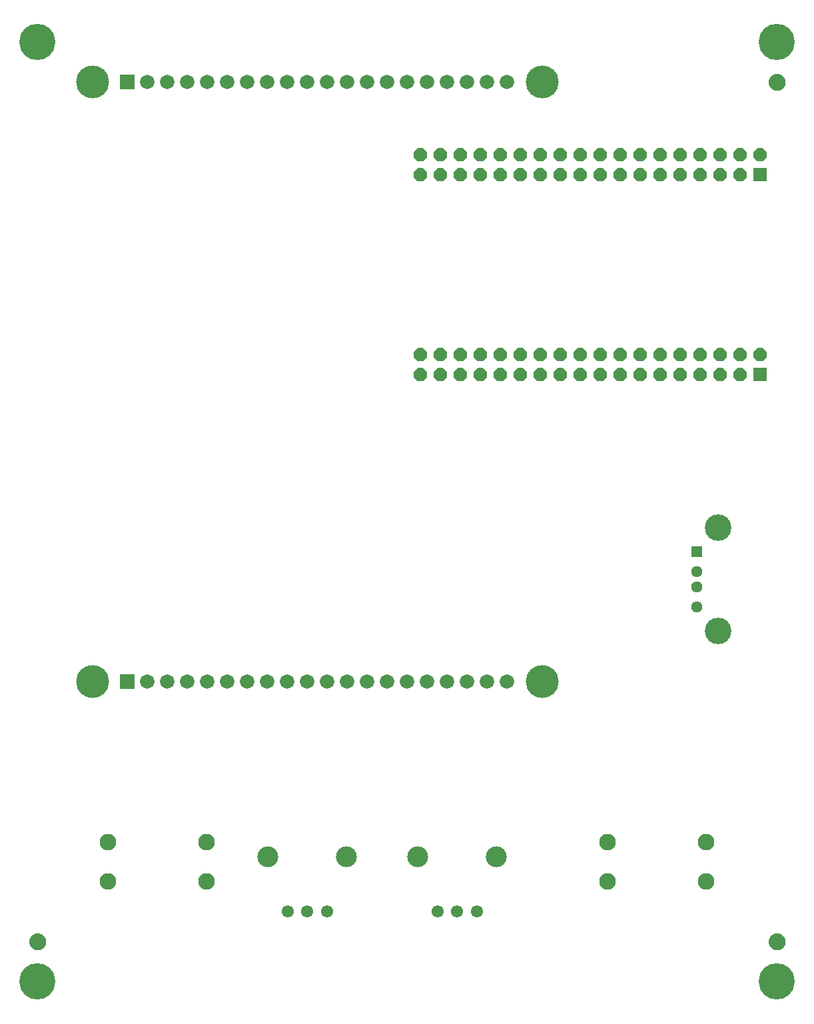
<source format=gbr>
G04 EAGLE Gerber RS-274X export*
G75*
%MOMM*%
%FSLAX34Y34*%
%LPD*%
%INSoldermask Bottom*%
%IPPOS*%
%AMOC8*
5,1,8,0,0,1.08239X$1,22.5*%
G01*
%ADD10R,1.440400X1.440400*%
%ADD11C,1.440400*%
%ADD12C,3.372400*%
%ADD13R,1.828800X1.828800*%
%ADD14C,1.828800*%
%ADD15C,4.168400*%
%ADD16R,1.676400X1.676400*%
%ADD17P,1.814519X8X202.500000*%
%ADD18C,2.112400*%
%ADD19C,1.552400*%
%ADD20C,2.652400*%
%ADD21C,4.597400*%
%ADD22C,0.609600*%
%ADD23C,1.168400*%


D10*
X876300Y584200D03*
D11*
X876300Y559200D03*
X876300Y539200D03*
X876300Y514200D03*
D12*
X903400Y614900D03*
X903400Y483500D03*
D13*
X152400Y1181100D03*
D14*
X177800Y1181100D03*
X203200Y1181100D03*
X228600Y1181100D03*
X254000Y1181100D03*
X279400Y1181100D03*
X304800Y1181100D03*
X330200Y1181100D03*
X355600Y1181100D03*
X381000Y1181100D03*
X406400Y1181100D03*
X431800Y1181100D03*
X457200Y1181100D03*
X482600Y1181100D03*
X508000Y1181100D03*
X533400Y1181100D03*
X558800Y1181100D03*
X584200Y1181100D03*
X609600Y1181100D03*
X635000Y1181100D03*
D13*
X152400Y419100D03*
D14*
X177800Y419100D03*
X203200Y419100D03*
X228600Y419100D03*
X254000Y419100D03*
X279400Y419100D03*
X304800Y419100D03*
X330200Y419100D03*
X355600Y419100D03*
X381000Y419100D03*
X406400Y419100D03*
X431800Y419100D03*
X457200Y419100D03*
X482600Y419100D03*
X508000Y419100D03*
X533400Y419100D03*
X558800Y419100D03*
X584200Y419100D03*
X609600Y419100D03*
X635000Y419100D03*
D15*
X107950Y419100D03*
X679450Y419100D03*
X107950Y1181100D03*
X679450Y1181100D03*
D16*
X956900Y810000D03*
D17*
X956900Y835400D03*
X931500Y810000D03*
X931500Y835400D03*
X906100Y810000D03*
X906100Y835400D03*
X880700Y810000D03*
X880700Y835400D03*
X855300Y810000D03*
X855300Y835400D03*
X829900Y810000D03*
X829900Y835400D03*
X804500Y810000D03*
X804500Y835400D03*
X779100Y810000D03*
X779100Y835400D03*
X753700Y810000D03*
X753700Y835400D03*
X728300Y810000D03*
X728300Y835400D03*
X702900Y810000D03*
X702900Y835400D03*
X677500Y810000D03*
X677500Y835400D03*
X652100Y810000D03*
X652100Y835400D03*
X626700Y810000D03*
X626700Y835400D03*
X601300Y810000D03*
X601300Y835400D03*
X575900Y810000D03*
X575900Y835400D03*
X550500Y810000D03*
X550500Y835400D03*
X525100Y810000D03*
X525100Y835400D03*
D16*
X956900Y1064000D03*
D17*
X956900Y1089400D03*
X931500Y1064000D03*
X931500Y1089400D03*
X906100Y1064000D03*
X906100Y1089400D03*
X880700Y1064000D03*
X880700Y1089400D03*
X855300Y1064000D03*
X855300Y1089400D03*
X829900Y1064000D03*
X829900Y1089400D03*
X804500Y1064000D03*
X804500Y1089400D03*
X779100Y1064000D03*
X779100Y1089400D03*
X753700Y1064000D03*
X753700Y1089400D03*
X728300Y1064000D03*
X728300Y1089400D03*
X702900Y1064000D03*
X702900Y1089400D03*
X677500Y1064000D03*
X677500Y1089400D03*
X652100Y1064000D03*
X652100Y1089400D03*
X626700Y1064000D03*
X626700Y1089400D03*
X601300Y1064000D03*
X601300Y1089400D03*
X575900Y1064000D03*
X575900Y1089400D03*
X550500Y1064000D03*
X550500Y1089400D03*
X525100Y1064000D03*
X525100Y1089400D03*
D18*
X253000Y215500D03*
X253000Y165500D03*
X128000Y165500D03*
X128000Y215500D03*
X888000Y215500D03*
X888000Y165500D03*
X763000Y165500D03*
X763000Y215500D03*
D19*
X546500Y127000D03*
X571500Y127000D03*
X596500Y127000D03*
D20*
X521500Y197000D03*
X621500Y197000D03*
D19*
X356000Y127000D03*
X381000Y127000D03*
X406000Y127000D03*
D20*
X331000Y197000D03*
X431000Y197000D03*
D21*
X38100Y1231900D03*
X38100Y38100D03*
X977900Y38100D03*
X977900Y1231900D03*
D22*
X30480Y88900D02*
X30482Y89087D01*
X30489Y89274D01*
X30501Y89461D01*
X30517Y89647D01*
X30537Y89833D01*
X30562Y90018D01*
X30592Y90203D01*
X30626Y90387D01*
X30665Y90570D01*
X30708Y90752D01*
X30756Y90932D01*
X30808Y91112D01*
X30865Y91290D01*
X30925Y91467D01*
X30991Y91642D01*
X31060Y91816D01*
X31134Y91988D01*
X31212Y92158D01*
X31294Y92326D01*
X31380Y92492D01*
X31470Y92656D01*
X31564Y92817D01*
X31662Y92977D01*
X31764Y93133D01*
X31870Y93288D01*
X31980Y93439D01*
X32093Y93588D01*
X32210Y93734D01*
X32330Y93877D01*
X32454Y94017D01*
X32581Y94154D01*
X32712Y94288D01*
X32846Y94419D01*
X32983Y94546D01*
X33123Y94670D01*
X33266Y94790D01*
X33412Y94907D01*
X33561Y95020D01*
X33712Y95130D01*
X33867Y95236D01*
X34023Y95338D01*
X34183Y95436D01*
X34344Y95530D01*
X34508Y95620D01*
X34674Y95706D01*
X34842Y95788D01*
X35012Y95866D01*
X35184Y95940D01*
X35358Y96009D01*
X35533Y96075D01*
X35710Y96135D01*
X35888Y96192D01*
X36068Y96244D01*
X36248Y96292D01*
X36430Y96335D01*
X36613Y96374D01*
X36797Y96408D01*
X36982Y96438D01*
X37167Y96463D01*
X37353Y96483D01*
X37539Y96499D01*
X37726Y96511D01*
X37913Y96518D01*
X38100Y96520D01*
X38287Y96518D01*
X38474Y96511D01*
X38661Y96499D01*
X38847Y96483D01*
X39033Y96463D01*
X39218Y96438D01*
X39403Y96408D01*
X39587Y96374D01*
X39770Y96335D01*
X39952Y96292D01*
X40132Y96244D01*
X40312Y96192D01*
X40490Y96135D01*
X40667Y96075D01*
X40842Y96009D01*
X41016Y95940D01*
X41188Y95866D01*
X41358Y95788D01*
X41526Y95706D01*
X41692Y95620D01*
X41856Y95530D01*
X42017Y95436D01*
X42177Y95338D01*
X42333Y95236D01*
X42488Y95130D01*
X42639Y95020D01*
X42788Y94907D01*
X42934Y94790D01*
X43077Y94670D01*
X43217Y94546D01*
X43354Y94419D01*
X43488Y94288D01*
X43619Y94154D01*
X43746Y94017D01*
X43870Y93877D01*
X43990Y93734D01*
X44107Y93588D01*
X44220Y93439D01*
X44330Y93288D01*
X44436Y93133D01*
X44538Y92977D01*
X44636Y92817D01*
X44730Y92656D01*
X44820Y92492D01*
X44906Y92326D01*
X44988Y92158D01*
X45066Y91988D01*
X45140Y91816D01*
X45209Y91642D01*
X45275Y91467D01*
X45335Y91290D01*
X45392Y91112D01*
X45444Y90932D01*
X45492Y90752D01*
X45535Y90570D01*
X45574Y90387D01*
X45608Y90203D01*
X45638Y90018D01*
X45663Y89833D01*
X45683Y89647D01*
X45699Y89461D01*
X45711Y89274D01*
X45718Y89087D01*
X45720Y88900D01*
X45718Y88713D01*
X45711Y88526D01*
X45699Y88339D01*
X45683Y88153D01*
X45663Y87967D01*
X45638Y87782D01*
X45608Y87597D01*
X45574Y87413D01*
X45535Y87230D01*
X45492Y87048D01*
X45444Y86868D01*
X45392Y86688D01*
X45335Y86510D01*
X45275Y86333D01*
X45209Y86158D01*
X45140Y85984D01*
X45066Y85812D01*
X44988Y85642D01*
X44906Y85474D01*
X44820Y85308D01*
X44730Y85144D01*
X44636Y84983D01*
X44538Y84823D01*
X44436Y84667D01*
X44330Y84512D01*
X44220Y84361D01*
X44107Y84212D01*
X43990Y84066D01*
X43870Y83923D01*
X43746Y83783D01*
X43619Y83646D01*
X43488Y83512D01*
X43354Y83381D01*
X43217Y83254D01*
X43077Y83130D01*
X42934Y83010D01*
X42788Y82893D01*
X42639Y82780D01*
X42488Y82670D01*
X42333Y82564D01*
X42177Y82462D01*
X42017Y82364D01*
X41856Y82270D01*
X41692Y82180D01*
X41526Y82094D01*
X41358Y82012D01*
X41188Y81934D01*
X41016Y81860D01*
X40842Y81791D01*
X40667Y81725D01*
X40490Y81665D01*
X40312Y81608D01*
X40132Y81556D01*
X39952Y81508D01*
X39770Y81465D01*
X39587Y81426D01*
X39403Y81392D01*
X39218Y81362D01*
X39033Y81337D01*
X38847Y81317D01*
X38661Y81301D01*
X38474Y81289D01*
X38287Y81282D01*
X38100Y81280D01*
X37913Y81282D01*
X37726Y81289D01*
X37539Y81301D01*
X37353Y81317D01*
X37167Y81337D01*
X36982Y81362D01*
X36797Y81392D01*
X36613Y81426D01*
X36430Y81465D01*
X36248Y81508D01*
X36068Y81556D01*
X35888Y81608D01*
X35710Y81665D01*
X35533Y81725D01*
X35358Y81791D01*
X35184Y81860D01*
X35012Y81934D01*
X34842Y82012D01*
X34674Y82094D01*
X34508Y82180D01*
X34344Y82270D01*
X34183Y82364D01*
X34023Y82462D01*
X33867Y82564D01*
X33712Y82670D01*
X33561Y82780D01*
X33412Y82893D01*
X33266Y83010D01*
X33123Y83130D01*
X32983Y83254D01*
X32846Y83381D01*
X32712Y83512D01*
X32581Y83646D01*
X32454Y83783D01*
X32330Y83923D01*
X32210Y84066D01*
X32093Y84212D01*
X31980Y84361D01*
X31870Y84512D01*
X31764Y84667D01*
X31662Y84823D01*
X31564Y84983D01*
X31470Y85144D01*
X31380Y85308D01*
X31294Y85474D01*
X31212Y85642D01*
X31134Y85812D01*
X31060Y85984D01*
X30991Y86158D01*
X30925Y86333D01*
X30865Y86510D01*
X30808Y86688D01*
X30756Y86868D01*
X30708Y87048D01*
X30665Y87230D01*
X30626Y87413D01*
X30592Y87597D01*
X30562Y87782D01*
X30537Y87967D01*
X30517Y88153D01*
X30501Y88339D01*
X30489Y88526D01*
X30482Y88713D01*
X30480Y88900D01*
D23*
X38100Y88900D03*
D22*
X970280Y88900D02*
X970282Y89087D01*
X970289Y89274D01*
X970301Y89461D01*
X970317Y89647D01*
X970337Y89833D01*
X970362Y90018D01*
X970392Y90203D01*
X970426Y90387D01*
X970465Y90570D01*
X970508Y90752D01*
X970556Y90932D01*
X970608Y91112D01*
X970665Y91290D01*
X970725Y91467D01*
X970791Y91642D01*
X970860Y91816D01*
X970934Y91988D01*
X971012Y92158D01*
X971094Y92326D01*
X971180Y92492D01*
X971270Y92656D01*
X971364Y92817D01*
X971462Y92977D01*
X971564Y93133D01*
X971670Y93288D01*
X971780Y93439D01*
X971893Y93588D01*
X972010Y93734D01*
X972130Y93877D01*
X972254Y94017D01*
X972381Y94154D01*
X972512Y94288D01*
X972646Y94419D01*
X972783Y94546D01*
X972923Y94670D01*
X973066Y94790D01*
X973212Y94907D01*
X973361Y95020D01*
X973512Y95130D01*
X973667Y95236D01*
X973823Y95338D01*
X973983Y95436D01*
X974144Y95530D01*
X974308Y95620D01*
X974474Y95706D01*
X974642Y95788D01*
X974812Y95866D01*
X974984Y95940D01*
X975158Y96009D01*
X975333Y96075D01*
X975510Y96135D01*
X975688Y96192D01*
X975868Y96244D01*
X976048Y96292D01*
X976230Y96335D01*
X976413Y96374D01*
X976597Y96408D01*
X976782Y96438D01*
X976967Y96463D01*
X977153Y96483D01*
X977339Y96499D01*
X977526Y96511D01*
X977713Y96518D01*
X977900Y96520D01*
X978087Y96518D01*
X978274Y96511D01*
X978461Y96499D01*
X978647Y96483D01*
X978833Y96463D01*
X979018Y96438D01*
X979203Y96408D01*
X979387Y96374D01*
X979570Y96335D01*
X979752Y96292D01*
X979932Y96244D01*
X980112Y96192D01*
X980290Y96135D01*
X980467Y96075D01*
X980642Y96009D01*
X980816Y95940D01*
X980988Y95866D01*
X981158Y95788D01*
X981326Y95706D01*
X981492Y95620D01*
X981656Y95530D01*
X981817Y95436D01*
X981977Y95338D01*
X982133Y95236D01*
X982288Y95130D01*
X982439Y95020D01*
X982588Y94907D01*
X982734Y94790D01*
X982877Y94670D01*
X983017Y94546D01*
X983154Y94419D01*
X983288Y94288D01*
X983419Y94154D01*
X983546Y94017D01*
X983670Y93877D01*
X983790Y93734D01*
X983907Y93588D01*
X984020Y93439D01*
X984130Y93288D01*
X984236Y93133D01*
X984338Y92977D01*
X984436Y92817D01*
X984530Y92656D01*
X984620Y92492D01*
X984706Y92326D01*
X984788Y92158D01*
X984866Y91988D01*
X984940Y91816D01*
X985009Y91642D01*
X985075Y91467D01*
X985135Y91290D01*
X985192Y91112D01*
X985244Y90932D01*
X985292Y90752D01*
X985335Y90570D01*
X985374Y90387D01*
X985408Y90203D01*
X985438Y90018D01*
X985463Y89833D01*
X985483Y89647D01*
X985499Y89461D01*
X985511Y89274D01*
X985518Y89087D01*
X985520Y88900D01*
X985518Y88713D01*
X985511Y88526D01*
X985499Y88339D01*
X985483Y88153D01*
X985463Y87967D01*
X985438Y87782D01*
X985408Y87597D01*
X985374Y87413D01*
X985335Y87230D01*
X985292Y87048D01*
X985244Y86868D01*
X985192Y86688D01*
X985135Y86510D01*
X985075Y86333D01*
X985009Y86158D01*
X984940Y85984D01*
X984866Y85812D01*
X984788Y85642D01*
X984706Y85474D01*
X984620Y85308D01*
X984530Y85144D01*
X984436Y84983D01*
X984338Y84823D01*
X984236Y84667D01*
X984130Y84512D01*
X984020Y84361D01*
X983907Y84212D01*
X983790Y84066D01*
X983670Y83923D01*
X983546Y83783D01*
X983419Y83646D01*
X983288Y83512D01*
X983154Y83381D01*
X983017Y83254D01*
X982877Y83130D01*
X982734Y83010D01*
X982588Y82893D01*
X982439Y82780D01*
X982288Y82670D01*
X982133Y82564D01*
X981977Y82462D01*
X981817Y82364D01*
X981656Y82270D01*
X981492Y82180D01*
X981326Y82094D01*
X981158Y82012D01*
X980988Y81934D01*
X980816Y81860D01*
X980642Y81791D01*
X980467Y81725D01*
X980290Y81665D01*
X980112Y81608D01*
X979932Y81556D01*
X979752Y81508D01*
X979570Y81465D01*
X979387Y81426D01*
X979203Y81392D01*
X979018Y81362D01*
X978833Y81337D01*
X978647Y81317D01*
X978461Y81301D01*
X978274Y81289D01*
X978087Y81282D01*
X977900Y81280D01*
X977713Y81282D01*
X977526Y81289D01*
X977339Y81301D01*
X977153Y81317D01*
X976967Y81337D01*
X976782Y81362D01*
X976597Y81392D01*
X976413Y81426D01*
X976230Y81465D01*
X976048Y81508D01*
X975868Y81556D01*
X975688Y81608D01*
X975510Y81665D01*
X975333Y81725D01*
X975158Y81791D01*
X974984Y81860D01*
X974812Y81934D01*
X974642Y82012D01*
X974474Y82094D01*
X974308Y82180D01*
X974144Y82270D01*
X973983Y82364D01*
X973823Y82462D01*
X973667Y82564D01*
X973512Y82670D01*
X973361Y82780D01*
X973212Y82893D01*
X973066Y83010D01*
X972923Y83130D01*
X972783Y83254D01*
X972646Y83381D01*
X972512Y83512D01*
X972381Y83646D01*
X972254Y83783D01*
X972130Y83923D01*
X972010Y84066D01*
X971893Y84212D01*
X971780Y84361D01*
X971670Y84512D01*
X971564Y84667D01*
X971462Y84823D01*
X971364Y84983D01*
X971270Y85144D01*
X971180Y85308D01*
X971094Y85474D01*
X971012Y85642D01*
X970934Y85812D01*
X970860Y85984D01*
X970791Y86158D01*
X970725Y86333D01*
X970665Y86510D01*
X970608Y86688D01*
X970556Y86868D01*
X970508Y87048D01*
X970465Y87230D01*
X970426Y87413D01*
X970392Y87597D01*
X970362Y87782D01*
X970337Y87967D01*
X970317Y88153D01*
X970301Y88339D01*
X970289Y88526D01*
X970282Y88713D01*
X970280Y88900D01*
D23*
X977900Y88900D03*
D22*
X970280Y1181100D02*
X970282Y1181287D01*
X970289Y1181474D01*
X970301Y1181661D01*
X970317Y1181847D01*
X970337Y1182033D01*
X970362Y1182218D01*
X970392Y1182403D01*
X970426Y1182587D01*
X970465Y1182770D01*
X970508Y1182952D01*
X970556Y1183132D01*
X970608Y1183312D01*
X970665Y1183490D01*
X970725Y1183667D01*
X970791Y1183842D01*
X970860Y1184016D01*
X970934Y1184188D01*
X971012Y1184358D01*
X971094Y1184526D01*
X971180Y1184692D01*
X971270Y1184856D01*
X971364Y1185017D01*
X971462Y1185177D01*
X971564Y1185333D01*
X971670Y1185488D01*
X971780Y1185639D01*
X971893Y1185788D01*
X972010Y1185934D01*
X972130Y1186077D01*
X972254Y1186217D01*
X972381Y1186354D01*
X972512Y1186488D01*
X972646Y1186619D01*
X972783Y1186746D01*
X972923Y1186870D01*
X973066Y1186990D01*
X973212Y1187107D01*
X973361Y1187220D01*
X973512Y1187330D01*
X973667Y1187436D01*
X973823Y1187538D01*
X973983Y1187636D01*
X974144Y1187730D01*
X974308Y1187820D01*
X974474Y1187906D01*
X974642Y1187988D01*
X974812Y1188066D01*
X974984Y1188140D01*
X975158Y1188209D01*
X975333Y1188275D01*
X975510Y1188335D01*
X975688Y1188392D01*
X975868Y1188444D01*
X976048Y1188492D01*
X976230Y1188535D01*
X976413Y1188574D01*
X976597Y1188608D01*
X976782Y1188638D01*
X976967Y1188663D01*
X977153Y1188683D01*
X977339Y1188699D01*
X977526Y1188711D01*
X977713Y1188718D01*
X977900Y1188720D01*
X978087Y1188718D01*
X978274Y1188711D01*
X978461Y1188699D01*
X978647Y1188683D01*
X978833Y1188663D01*
X979018Y1188638D01*
X979203Y1188608D01*
X979387Y1188574D01*
X979570Y1188535D01*
X979752Y1188492D01*
X979932Y1188444D01*
X980112Y1188392D01*
X980290Y1188335D01*
X980467Y1188275D01*
X980642Y1188209D01*
X980816Y1188140D01*
X980988Y1188066D01*
X981158Y1187988D01*
X981326Y1187906D01*
X981492Y1187820D01*
X981656Y1187730D01*
X981817Y1187636D01*
X981977Y1187538D01*
X982133Y1187436D01*
X982288Y1187330D01*
X982439Y1187220D01*
X982588Y1187107D01*
X982734Y1186990D01*
X982877Y1186870D01*
X983017Y1186746D01*
X983154Y1186619D01*
X983288Y1186488D01*
X983419Y1186354D01*
X983546Y1186217D01*
X983670Y1186077D01*
X983790Y1185934D01*
X983907Y1185788D01*
X984020Y1185639D01*
X984130Y1185488D01*
X984236Y1185333D01*
X984338Y1185177D01*
X984436Y1185017D01*
X984530Y1184856D01*
X984620Y1184692D01*
X984706Y1184526D01*
X984788Y1184358D01*
X984866Y1184188D01*
X984940Y1184016D01*
X985009Y1183842D01*
X985075Y1183667D01*
X985135Y1183490D01*
X985192Y1183312D01*
X985244Y1183132D01*
X985292Y1182952D01*
X985335Y1182770D01*
X985374Y1182587D01*
X985408Y1182403D01*
X985438Y1182218D01*
X985463Y1182033D01*
X985483Y1181847D01*
X985499Y1181661D01*
X985511Y1181474D01*
X985518Y1181287D01*
X985520Y1181100D01*
X985518Y1180913D01*
X985511Y1180726D01*
X985499Y1180539D01*
X985483Y1180353D01*
X985463Y1180167D01*
X985438Y1179982D01*
X985408Y1179797D01*
X985374Y1179613D01*
X985335Y1179430D01*
X985292Y1179248D01*
X985244Y1179068D01*
X985192Y1178888D01*
X985135Y1178710D01*
X985075Y1178533D01*
X985009Y1178358D01*
X984940Y1178184D01*
X984866Y1178012D01*
X984788Y1177842D01*
X984706Y1177674D01*
X984620Y1177508D01*
X984530Y1177344D01*
X984436Y1177183D01*
X984338Y1177023D01*
X984236Y1176867D01*
X984130Y1176712D01*
X984020Y1176561D01*
X983907Y1176412D01*
X983790Y1176266D01*
X983670Y1176123D01*
X983546Y1175983D01*
X983419Y1175846D01*
X983288Y1175712D01*
X983154Y1175581D01*
X983017Y1175454D01*
X982877Y1175330D01*
X982734Y1175210D01*
X982588Y1175093D01*
X982439Y1174980D01*
X982288Y1174870D01*
X982133Y1174764D01*
X981977Y1174662D01*
X981817Y1174564D01*
X981656Y1174470D01*
X981492Y1174380D01*
X981326Y1174294D01*
X981158Y1174212D01*
X980988Y1174134D01*
X980816Y1174060D01*
X980642Y1173991D01*
X980467Y1173925D01*
X980290Y1173865D01*
X980112Y1173808D01*
X979932Y1173756D01*
X979752Y1173708D01*
X979570Y1173665D01*
X979387Y1173626D01*
X979203Y1173592D01*
X979018Y1173562D01*
X978833Y1173537D01*
X978647Y1173517D01*
X978461Y1173501D01*
X978274Y1173489D01*
X978087Y1173482D01*
X977900Y1173480D01*
X977713Y1173482D01*
X977526Y1173489D01*
X977339Y1173501D01*
X977153Y1173517D01*
X976967Y1173537D01*
X976782Y1173562D01*
X976597Y1173592D01*
X976413Y1173626D01*
X976230Y1173665D01*
X976048Y1173708D01*
X975868Y1173756D01*
X975688Y1173808D01*
X975510Y1173865D01*
X975333Y1173925D01*
X975158Y1173991D01*
X974984Y1174060D01*
X974812Y1174134D01*
X974642Y1174212D01*
X974474Y1174294D01*
X974308Y1174380D01*
X974144Y1174470D01*
X973983Y1174564D01*
X973823Y1174662D01*
X973667Y1174764D01*
X973512Y1174870D01*
X973361Y1174980D01*
X973212Y1175093D01*
X973066Y1175210D01*
X972923Y1175330D01*
X972783Y1175454D01*
X972646Y1175581D01*
X972512Y1175712D01*
X972381Y1175846D01*
X972254Y1175983D01*
X972130Y1176123D01*
X972010Y1176266D01*
X971893Y1176412D01*
X971780Y1176561D01*
X971670Y1176712D01*
X971564Y1176867D01*
X971462Y1177023D01*
X971364Y1177183D01*
X971270Y1177344D01*
X971180Y1177508D01*
X971094Y1177674D01*
X971012Y1177842D01*
X970934Y1178012D01*
X970860Y1178184D01*
X970791Y1178358D01*
X970725Y1178533D01*
X970665Y1178710D01*
X970608Y1178888D01*
X970556Y1179068D01*
X970508Y1179248D01*
X970465Y1179430D01*
X970426Y1179613D01*
X970392Y1179797D01*
X970362Y1179982D01*
X970337Y1180167D01*
X970317Y1180353D01*
X970301Y1180539D01*
X970289Y1180726D01*
X970282Y1180913D01*
X970280Y1181100D01*
D23*
X977900Y1181100D03*
M02*

</source>
